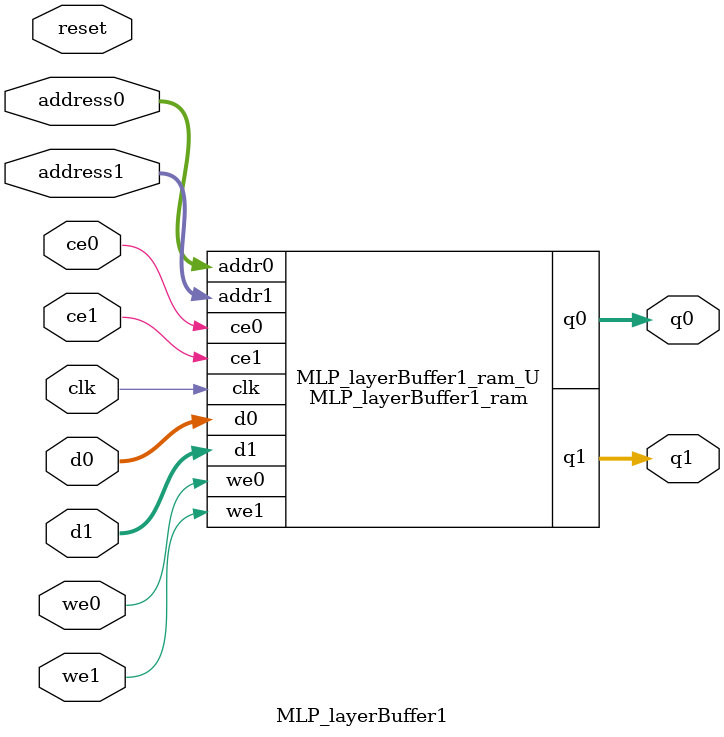
<source format=v>
`timescale 1 ns / 1 ps
module MLP_layerBuffer1_ram (addr0, ce0, d0, we0, q0, addr1, ce1, d1, we1, q1,  clk);

parameter DWIDTH = 32;
parameter AWIDTH = 7;
parameter MEM_SIZE = 128;

input[AWIDTH-1:0] addr0;
input ce0;
input[DWIDTH-1:0] d0;
input we0;
output reg[DWIDTH-1:0] q0;
input[AWIDTH-1:0] addr1;
input ce1;
input[DWIDTH-1:0] d1;
input we1;
output reg[DWIDTH-1:0] q1;
input clk;

(* ram_style = "block" *)reg [DWIDTH-1:0] ram[0:MEM_SIZE-1];




always @(posedge clk)  
begin 
    if (ce0) begin
        if (we0) 
            ram[addr0] <= d0; 
        q0 <= ram[addr0];
    end
end


always @(posedge clk)  
begin 
    if (ce1) begin
        if (we1) 
            ram[addr1] <= d1; 
        q1 <= ram[addr1];
    end
end


endmodule

`timescale 1 ns / 1 ps
module MLP_layerBuffer1(
    reset,
    clk,
    address0,
    ce0,
    we0,
    d0,
    q0,
    address1,
    ce1,
    we1,
    d1,
    q1);

parameter DataWidth = 32'd32;
parameter AddressRange = 32'd128;
parameter AddressWidth = 32'd7;
input reset;
input clk;
input[AddressWidth - 1:0] address0;
input ce0;
input we0;
input[DataWidth - 1:0] d0;
output[DataWidth - 1:0] q0;
input[AddressWidth - 1:0] address1;
input ce1;
input we1;
input[DataWidth - 1:0] d1;
output[DataWidth - 1:0] q1;



MLP_layerBuffer1_ram MLP_layerBuffer1_ram_U(
    .clk( clk ),
    .addr0( address0 ),
    .ce0( ce0 ),
    .we0( we0 ),
    .d0( d0 ),
    .q0( q0 ),
    .addr1( address1 ),
    .ce1( ce1 ),
    .we1( we1 ),
    .d1( d1 ),
    .q1( q1 ));

endmodule


</source>
